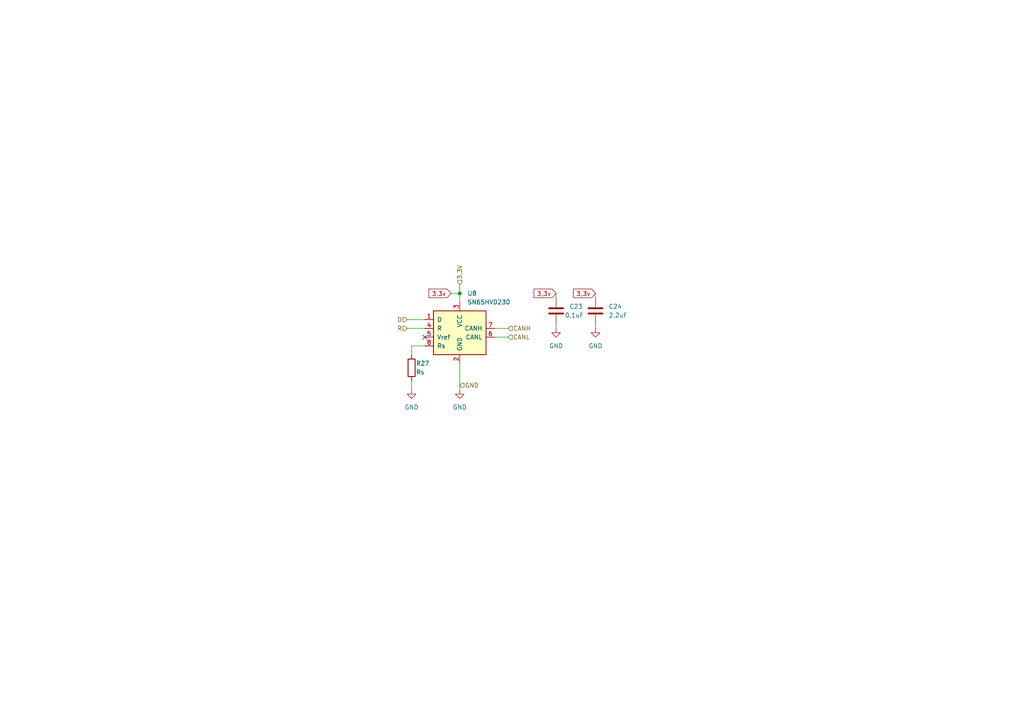
<source format=kicad_sch>
(kicad_sch (version 20230121) (generator eeschema)

  (uuid 03262d5e-2e29-48fd-be91-f431977c3b1c)

  (paper "A4")

  (lib_symbols
    (symbol "Device:C" (pin_numbers hide) (pin_names (offset 0.254)) (in_bom yes) (on_board yes)
      (property "Reference" "C" (at 0.635 2.54 0)
        (effects (font (size 1.27 1.27)) (justify left))
      )
      (property "Value" "C" (at 0.635 -2.54 0)
        (effects (font (size 1.27 1.27)) (justify left))
      )
      (property "Footprint" "" (at 0.9652 -3.81 0)
        (effects (font (size 1.27 1.27)) hide)
      )
      (property "Datasheet" "~" (at 0 0 0)
        (effects (font (size 1.27 1.27)) hide)
      )
      (property "ki_keywords" "cap capacitor" (at 0 0 0)
        (effects (font (size 1.27 1.27)) hide)
      )
      (property "ki_description" "Unpolarized capacitor" (at 0 0 0)
        (effects (font (size 1.27 1.27)) hide)
      )
      (property "ki_fp_filters" "C_*" (at 0 0 0)
        (effects (font (size 1.27 1.27)) hide)
      )
      (symbol "C_0_1"
        (polyline
          (pts
            (xy -2.032 -0.762)
            (xy 2.032 -0.762)
          )
          (stroke (width 0.508) (type default))
          (fill (type none))
        )
        (polyline
          (pts
            (xy -2.032 0.762)
            (xy 2.032 0.762)
          )
          (stroke (width 0.508) (type default))
          (fill (type none))
        )
      )
      (symbol "C_1_1"
        (pin passive line (at 0 3.81 270) (length 2.794)
          (name "~" (effects (font (size 1.27 1.27))))
          (number "1" (effects (font (size 1.27 1.27))))
        )
        (pin passive line (at 0 -3.81 90) (length 2.794)
          (name "~" (effects (font (size 1.27 1.27))))
          (number "2" (effects (font (size 1.27 1.27))))
        )
      )
    )
    (symbol "Device:R" (pin_numbers hide) (pin_names (offset 0)) (in_bom yes) (on_board yes)
      (property "Reference" "R" (at 2.032 0 90)
        (effects (font (size 1.27 1.27)))
      )
      (property "Value" "R" (at 0 0 90)
        (effects (font (size 1.27 1.27)))
      )
      (property "Footprint" "" (at -1.778 0 90)
        (effects (font (size 1.27 1.27)) hide)
      )
      (property "Datasheet" "~" (at 0 0 0)
        (effects (font (size 1.27 1.27)) hide)
      )
      (property "ki_keywords" "R res resistor" (at 0 0 0)
        (effects (font (size 1.27 1.27)) hide)
      )
      (property "ki_description" "Resistor" (at 0 0 0)
        (effects (font (size 1.27 1.27)) hide)
      )
      (property "ki_fp_filters" "R_*" (at 0 0 0)
        (effects (font (size 1.27 1.27)) hide)
      )
      (symbol "R_0_1"
        (rectangle (start -1.016 -2.54) (end 1.016 2.54)
          (stroke (width 0.254) (type default))
          (fill (type none))
        )
      )
      (symbol "R_1_1"
        (pin passive line (at 0 3.81 270) (length 1.27)
          (name "~" (effects (font (size 1.27 1.27))))
          (number "1" (effects (font (size 1.27 1.27))))
        )
        (pin passive line (at 0 -3.81 90) (length 1.27)
          (name "~" (effects (font (size 1.27 1.27))))
          (number "2" (effects (font (size 1.27 1.27))))
        )
      )
    )
    (symbol "Interface_CAN_LIN:SN65HVD230" (pin_names (offset 1.016)) (in_bom yes) (on_board yes)
      (property "Reference" "U" (at -2.54 10.16 0)
        (effects (font (size 1.27 1.27)) (justify right))
      )
      (property "Value" "SN65HVD230" (at -2.54 7.62 0)
        (effects (font (size 1.27 1.27)) (justify right))
      )
      (property "Footprint" "Package_SO:SOIC-8_3.9x4.9mm_P1.27mm" (at 0 -12.7 0)
        (effects (font (size 1.27 1.27)) hide)
      )
      (property "Datasheet" "http://www.ti.com/lit/ds/symlink/sn65hvd230.pdf" (at -2.54 10.16 0)
        (effects (font (size 1.27 1.27)) hide)
      )
      (property "ki_keywords" "can transeiver ti low-power" (at 0 0 0)
        (effects (font (size 1.27 1.27)) hide)
      )
      (property "ki_description" "CAN Bus Transceivers, 3.3V, 1Mbps, Low-Power capabilities, SOIC-8" (at 0 0 0)
        (effects (font (size 1.27 1.27)) hide)
      )
      (property "ki_fp_filters" "SOIC*3.9x4.9mm*P1.27mm*" (at 0 0 0)
        (effects (font (size 1.27 1.27)) hide)
      )
      (symbol "SN65HVD230_0_1"
        (rectangle (start -7.62 5.08) (end 7.62 -7.62)
          (stroke (width 0.254) (type default))
          (fill (type background))
        )
      )
      (symbol "SN65HVD230_1_1"
        (pin input line (at -10.16 2.54 0) (length 2.54)
          (name "D" (effects (font (size 1.27 1.27))))
          (number "1" (effects (font (size 1.27 1.27))))
        )
        (pin power_in line (at 0 -10.16 90) (length 2.54)
          (name "GND" (effects (font (size 1.27 1.27))))
          (number "2" (effects (font (size 1.27 1.27))))
        )
        (pin power_in line (at 0 7.62 270) (length 2.54)
          (name "VCC" (effects (font (size 1.27 1.27))))
          (number "3" (effects (font (size 1.27 1.27))))
        )
        (pin output line (at -10.16 0 0) (length 2.54)
          (name "R" (effects (font (size 1.27 1.27))))
          (number "4" (effects (font (size 1.27 1.27))))
        )
        (pin output line (at -10.16 -2.54 0) (length 2.54)
          (name "Vref" (effects (font (size 1.27 1.27))))
          (number "5" (effects (font (size 1.27 1.27))))
        )
        (pin bidirectional line (at 10.16 -2.54 180) (length 2.54)
          (name "CANL" (effects (font (size 1.27 1.27))))
          (number "6" (effects (font (size 1.27 1.27))))
        )
        (pin bidirectional line (at 10.16 0 180) (length 2.54)
          (name "CANH" (effects (font (size 1.27 1.27))))
          (number "7" (effects (font (size 1.27 1.27))))
        )
        (pin input line (at -10.16 -5.08 0) (length 2.54)
          (name "Rs" (effects (font (size 1.27 1.27))))
          (number "8" (effects (font (size 1.27 1.27))))
        )
      )
    )
    (symbol "power:GND" (power) (pin_names (offset 0)) (in_bom yes) (on_board yes)
      (property "Reference" "#PWR" (at 0 -6.35 0)
        (effects (font (size 1.27 1.27)) hide)
      )
      (property "Value" "GND" (at 0 -3.81 0)
        (effects (font (size 1.27 1.27)))
      )
      (property "Footprint" "" (at 0 0 0)
        (effects (font (size 1.27 1.27)) hide)
      )
      (property "Datasheet" "" (at 0 0 0)
        (effects (font (size 1.27 1.27)) hide)
      )
      (property "ki_keywords" "global power" (at 0 0 0)
        (effects (font (size 1.27 1.27)) hide)
      )
      (property "ki_description" "Power symbol creates a global label with name \"GND\" , ground" (at 0 0 0)
        (effects (font (size 1.27 1.27)) hide)
      )
      (symbol "GND_0_1"
        (polyline
          (pts
            (xy 0 0)
            (xy 0 -1.27)
            (xy 1.27 -1.27)
            (xy 0 -2.54)
            (xy -1.27 -1.27)
            (xy 0 -1.27)
          )
          (stroke (width 0) (type default))
          (fill (type none))
        )
      )
      (symbol "GND_1_1"
        (pin power_in line (at 0 0 270) (length 0) hide
          (name "GND" (effects (font (size 1.27 1.27))))
          (number "1" (effects (font (size 1.27 1.27))))
        )
      )
    )
  )

  (junction (at 133.35 85.09) (diameter 0) (color 0 0 0 0)
    (uuid 4e04a3ac-4374-45ac-a588-015a29fd2be1)
  )

  (no_connect (at 123.19 97.79) (uuid c9f4cdf3-8879-4fbe-8e09-a61976d8613e))

  (wire (pts (xy 118.11 95.25) (xy 123.19 95.25))
    (stroke (width 0) (type default))
    (uuid 011ce5d8-7481-484d-8eaa-b1fdc4514dd7)
  )
  (wire (pts (xy 118.11 92.71) (xy 123.19 92.71))
    (stroke (width 0) (type default))
    (uuid 1dede84b-fd48-454d-9d2a-e861d319c5c8)
  )
  (wire (pts (xy 143.51 97.79) (xy 147.32 97.79))
    (stroke (width 0) (type default))
    (uuid 260b51aa-550e-49f6-a800-eb864eda6591)
  )
  (wire (pts (xy 133.35 82.55) (xy 133.35 85.09))
    (stroke (width 0) (type default))
    (uuid 8b8f7ea2-fe4b-4d9c-b71a-2c0b77513289)
  )
  (wire (pts (xy 123.19 100.33) (xy 119.38 100.33))
    (stroke (width 0) (type default))
    (uuid 8c6127f9-b68b-406a-95b2-9f922e9451ee)
  )
  (wire (pts (xy 161.29 85.09) (xy 161.29 86.36))
    (stroke (width 0) (type default))
    (uuid 8cbd0c09-e40d-44e0-875c-2f1f151ef753)
  )
  (wire (pts (xy 172.72 93.98) (xy 172.72 95.25))
    (stroke (width 0) (type default))
    (uuid 9bf512a6-e764-44e2-b683-9e3c8728ad49)
  )
  (wire (pts (xy 143.51 95.25) (xy 147.32 95.25))
    (stroke (width 0) (type default))
    (uuid a59e626d-2efd-4cd8-bebd-aaf088654a3a)
  )
  (wire (pts (xy 119.38 100.33) (xy 119.38 102.87))
    (stroke (width 0) (type default))
    (uuid a817878e-e3cd-4f0a-bafd-5c388422a912)
  )
  (wire (pts (xy 133.35 113.03) (xy 133.35 105.41))
    (stroke (width 0) (type default))
    (uuid c6f54fdc-4b81-491b-852d-fa28066fa87f)
  )
  (wire (pts (xy 161.29 93.98) (xy 161.29 95.25))
    (stroke (width 0) (type default))
    (uuid ca69e2aa-59c0-4023-9ebd-39760a4b924b)
  )
  (wire (pts (xy 133.35 85.09) (xy 133.35 87.63))
    (stroke (width 0) (type default))
    (uuid d2865baa-c4b2-4777-a2c2-093386132922)
  )
  (wire (pts (xy 172.72 85.09) (xy 172.72 86.36))
    (stroke (width 0) (type default))
    (uuid df66153e-9b15-40b6-8ee3-9680046948fd)
  )
  (wire (pts (xy 119.38 110.49) (xy 119.38 113.03))
    (stroke (width 0) (type default))
    (uuid e0dde750-da34-4a21-845e-9ed765fb29a3)
  )
  (wire (pts (xy 130.81 85.09) (xy 133.35 85.09))
    (stroke (width 0) (type default))
    (uuid f38ba3e6-c0ef-4656-8601-eaed2b81a0a4)
  )

  (global_label "3,3v" (shape input) (at 172.72 85.09 180) (fields_autoplaced)
    (effects (font (size 1.27 1.27)) (justify right))
    (uuid 4a7edd6f-25a7-4ba1-b30d-4d68ea90df7b)
    (property "Intersheetrefs" "${INTERSHEET_REFS}" (at 165.7434 85.09 0)
      (effects (font (size 1.27 1.27)) (justify right) hide)
    )
  )
  (global_label "3,3v" (shape input) (at 130.81 85.09 180) (fields_autoplaced)
    (effects (font (size 1.27 1.27)) (justify right))
    (uuid 531ef984-6485-42d0-8ec5-80ec075ba1ca)
    (property "Intersheetrefs" "${INTERSHEET_REFS}" (at 123.8334 85.09 0)
      (effects (font (size 1.27 1.27)) (justify right) hide)
    )
  )
  (global_label "3,3v" (shape input) (at 161.29 85.09 180) (fields_autoplaced)
    (effects (font (size 1.27 1.27)) (justify right))
    (uuid a52839f5-d0ec-4cad-9563-9f00cae83f16)
    (property "Intersheetrefs" "${INTERSHEET_REFS}" (at 154.3134 85.09 0)
      (effects (font (size 1.27 1.27)) (justify right) hide)
    )
  )

  (hierarchical_label "CANH" (shape input) (at 147.32 95.25 0) (fields_autoplaced)
    (effects (font (size 1.27 1.27)) (justify left))
    (uuid 0670009e-fcbb-4f78-9d62-e1dc90f83986)
  )
  (hierarchical_label "CANL" (shape input) (at 147.32 97.79 0) (fields_autoplaced)
    (effects (font (size 1.27 1.27)) (justify left))
    (uuid 0ed086dc-955a-4532-9402-23ca46c2b4dd)
  )
  (hierarchical_label "D" (shape input) (at 118.11 92.71 180) (fields_autoplaced)
    (effects (font (size 1.27 1.27)) (justify right))
    (uuid 39d4556e-5dcc-495d-89bf-f6ef371f49a7)
  )
  (hierarchical_label "GND" (shape input) (at 133.35 111.76 0) (fields_autoplaced)
    (effects (font (size 1.27 1.27)) (justify left))
    (uuid 92ccb5b6-3dde-4c34-b750-5f572ebc9393)
  )
  (hierarchical_label "3,3V" (shape input) (at 133.35 82.55 90) (fields_autoplaced)
    (effects (font (size 1.27 1.27)) (justify left))
    (uuid 9af97b22-6a51-4177-a200-a82606fa1a49)
  )
  (hierarchical_label "R" (shape input) (at 118.11 95.25 180) (fields_autoplaced)
    (effects (font (size 1.27 1.27)) (justify right))
    (uuid a18417ae-2c45-4dc2-8b1e-1d6bffee5e27)
  )

  (symbol (lib_id "power:GND") (at 119.38 113.03 0) (unit 1)
    (in_bom yes) (on_board yes) (dnp no) (fields_autoplaced)
    (uuid 09f0fac1-2e7b-45df-b655-06e6f5241218)
    (property "Reference" "#PWR057" (at 119.38 119.38 0)
      (effects (font (size 1.27 1.27)) hide)
    )
    (property "Value" "GND" (at 119.38 118.11 0)
      (effects (font (size 1.27 1.27)))
    )
    (property "Footprint" "" (at 119.38 113.03 0)
      (effects (font (size 1.27 1.27)) hide)
    )
    (property "Datasheet" "" (at 119.38 113.03 0)
      (effects (font (size 1.27 1.27)) hide)
    )
    (pin "1" (uuid 518244e2-aad0-4d0c-bd44-3dbe2e255345))
    (instances
      (project "fred_v3"
        (path "/210292b2-d6ba-424c-bd40-e4a2be18eb8d/0e3fc8cf-969d-492f-823d-ed0765038f7e/3379c770-e023-4f58-8aed-b99de32d8765"
          (reference "#PWR057") (unit 1)
        )
        (path "/210292b2-d6ba-424c-bd40-e4a2be18eb8d/0e3fc8cf-969d-492f-823d-ed0765038f7e/bacc7c6b-e1f9-4864-989a-583c1b66a339"
          (reference "#PWR061") (unit 1)
        )
      )
    )
  )

  (symbol (lib_id "Device:R") (at 119.38 106.68 0) (unit 1)
    (in_bom yes) (on_board yes) (dnp no)
    (uuid 1500a5c0-6b71-4e3a-95b3-c852d51f74dc)
    (property "Reference" "R27" (at 120.65 105.41 0)
      (effects (font (size 1.27 1.27)) (justify left))
    )
    (property "Value" "Rs" (at 120.65 107.95 0)
      (effects (font (size 1.27 1.27)) (justify left))
    )
    (property "Footprint" "" (at 117.602 106.68 90)
      (effects (font (size 1.27 1.27)) hide)
    )
    (property "Datasheet" "~" (at 119.38 106.68 0)
      (effects (font (size 1.27 1.27)) hide)
    )
    (pin "1" (uuid d57ffebf-6d30-47f5-bbe3-5cea84c508e1))
    (pin "2" (uuid 97f33ca4-2596-4018-a4ec-4aa9dbfb89eb))
    (instances
      (project "fred_v3"
        (path "/210292b2-d6ba-424c-bd40-e4a2be18eb8d/0e3fc8cf-969d-492f-823d-ed0765038f7e/3379c770-e023-4f58-8aed-b99de32d8765"
          (reference "R27") (unit 1)
        )
        (path "/210292b2-d6ba-424c-bd40-e4a2be18eb8d/0e3fc8cf-969d-492f-823d-ed0765038f7e/bacc7c6b-e1f9-4864-989a-583c1b66a339"
          (reference "R28") (unit 1)
        )
      )
    )
  )

  (symbol (lib_id "power:GND") (at 133.35 113.03 0) (unit 1)
    (in_bom yes) (on_board yes) (dnp no) (fields_autoplaced)
    (uuid 4f645527-f569-4bdd-8985-a05aff2ea1dd)
    (property "Reference" "#PWR058" (at 133.35 119.38 0)
      (effects (font (size 1.27 1.27)) hide)
    )
    (property "Value" "GND" (at 133.35 118.11 0)
      (effects (font (size 1.27 1.27)))
    )
    (property "Footprint" "" (at 133.35 113.03 0)
      (effects (font (size 1.27 1.27)) hide)
    )
    (property "Datasheet" "" (at 133.35 113.03 0)
      (effects (font (size 1.27 1.27)) hide)
    )
    (pin "1" (uuid 6922ac07-5c41-4680-9c86-c7ac2e8764ef))
    (instances
      (project "fred_v3"
        (path "/210292b2-d6ba-424c-bd40-e4a2be18eb8d/0e3fc8cf-969d-492f-823d-ed0765038f7e/3379c770-e023-4f58-8aed-b99de32d8765"
          (reference "#PWR058") (unit 1)
        )
        (path "/210292b2-d6ba-424c-bd40-e4a2be18eb8d/0e3fc8cf-969d-492f-823d-ed0765038f7e/bacc7c6b-e1f9-4864-989a-583c1b66a339"
          (reference "#PWR062") (unit 1)
        )
      )
    )
  )

  (symbol (lib_id "Device:C") (at 172.72 90.17 0) (unit 1)
    (in_bom yes) (on_board yes) (dnp no) (fields_autoplaced)
    (uuid b8e5ccce-c2f1-48c5-b16b-6268ad152a60)
    (property "Reference" "C24" (at 176.53 88.9 0)
      (effects (font (size 1.27 1.27)) (justify left))
    )
    (property "Value" "2,2uF" (at 176.53 91.44 0)
      (effects (font (size 1.27 1.27)) (justify left))
    )
    (property "Footprint" "" (at 173.6852 93.98 0)
      (effects (font (size 1.27 1.27)) hide)
    )
    (property "Datasheet" "~" (at 172.72 90.17 0)
      (effects (font (size 1.27 1.27)) hide)
    )
    (pin "1" (uuid 30f8b4a7-377e-48e8-9342-bd20d0a7f602))
    (pin "2" (uuid 87b04dee-bf4a-47e4-8e43-52ac4c581d24))
    (instances
      (project "fred_v3"
        (path "/210292b2-d6ba-424c-bd40-e4a2be18eb8d/0e3fc8cf-969d-492f-823d-ed0765038f7e/3379c770-e023-4f58-8aed-b99de32d8765"
          (reference "C24") (unit 1)
        )
        (path "/210292b2-d6ba-424c-bd40-e4a2be18eb8d/0e3fc8cf-969d-492f-823d-ed0765038f7e/bacc7c6b-e1f9-4864-989a-583c1b66a339"
          (reference "C26") (unit 1)
        )
      )
    )
  )

  (symbol (lib_id "power:GND") (at 161.29 95.25 0) (unit 1)
    (in_bom yes) (on_board yes) (dnp no) (fields_autoplaced)
    (uuid be2224ec-83d8-48d4-9649-336668170161)
    (property "Reference" "#PWR059" (at 161.29 101.6 0)
      (effects (font (size 1.27 1.27)) hide)
    )
    (property "Value" "GND" (at 161.29 100.33 0)
      (effects (font (size 1.27 1.27)))
    )
    (property "Footprint" "" (at 161.29 95.25 0)
      (effects (font (size 1.27 1.27)) hide)
    )
    (property "Datasheet" "" (at 161.29 95.25 0)
      (effects (font (size 1.27 1.27)) hide)
    )
    (pin "1" (uuid 82db5295-98ca-4aed-bce3-2df53933295c))
    (instances
      (project "fred_v3"
        (path "/210292b2-d6ba-424c-bd40-e4a2be18eb8d/0e3fc8cf-969d-492f-823d-ed0765038f7e/3379c770-e023-4f58-8aed-b99de32d8765"
          (reference "#PWR059") (unit 1)
        )
        (path "/210292b2-d6ba-424c-bd40-e4a2be18eb8d/0e3fc8cf-969d-492f-823d-ed0765038f7e/bacc7c6b-e1f9-4864-989a-583c1b66a339"
          (reference "#PWR063") (unit 1)
        )
      )
    )
  )

  (symbol (lib_id "power:GND") (at 172.72 95.25 0) (unit 1)
    (in_bom yes) (on_board yes) (dnp no) (fields_autoplaced)
    (uuid c9868d2b-8499-41a9-8781-d111849f2787)
    (property "Reference" "#PWR060" (at 172.72 101.6 0)
      (effects (font (size 1.27 1.27)) hide)
    )
    (property "Value" "GND" (at 172.72 100.33 0)
      (effects (font (size 1.27 1.27)))
    )
    (property "Footprint" "" (at 172.72 95.25 0)
      (effects (font (size 1.27 1.27)) hide)
    )
    (property "Datasheet" "" (at 172.72 95.25 0)
      (effects (font (size 1.27 1.27)) hide)
    )
    (pin "1" (uuid 795925a5-70c0-4488-8af3-38e14e9aba77))
    (instances
      (project "fred_v3"
        (path "/210292b2-d6ba-424c-bd40-e4a2be18eb8d/0e3fc8cf-969d-492f-823d-ed0765038f7e/3379c770-e023-4f58-8aed-b99de32d8765"
          (reference "#PWR060") (unit 1)
        )
        (path "/210292b2-d6ba-424c-bd40-e4a2be18eb8d/0e3fc8cf-969d-492f-823d-ed0765038f7e/bacc7c6b-e1f9-4864-989a-583c1b66a339"
          (reference "#PWR064") (unit 1)
        )
      )
    )
  )

  (symbol (lib_id "Interface_CAN_LIN:SN65HVD230") (at 133.35 95.25 0) (unit 1)
    (in_bom yes) (on_board yes) (dnp no) (fields_autoplaced)
    (uuid dc8da8d8-2a59-43e0-a334-9bcce47bc6c2)
    (property "Reference" "U8" (at 135.5441 85.09 0)
      (effects (font (size 1.27 1.27)) (justify left))
    )
    (property "Value" "SN65HVD230" (at 135.5441 87.63 0)
      (effects (font (size 1.27 1.27)) (justify left))
    )
    (property "Footprint" "Package_SO:SOIC-8_3.9x4.9mm_P1.27mm" (at 133.35 107.95 0)
      (effects (font (size 1.27 1.27)) hide)
    )
    (property "Datasheet" "http://www.ti.com/lit/ds/symlink/sn65hvd230.pdf" (at 130.81 85.09 0)
      (effects (font (size 1.27 1.27)) hide)
    )
    (pin "1" (uuid e91a0e4b-0a3d-4e56-aaa0-fced7131c688))
    (pin "2" (uuid 6604ba0d-2575-42a2-b7f9-09a5709df39c))
    (pin "3" (uuid 2b10b366-1bd6-41ac-9c1b-466acb21dbe3))
    (pin "4" (uuid 0a35f7b4-fa37-43f8-be39-1438fa4b3d92))
    (pin "5" (uuid 263c1108-209d-4d19-ae72-6bc103ea35dc))
    (pin "6" (uuid f872938e-d7d7-470c-99f3-75686159b83e))
    (pin "7" (uuid e9e4f41e-4a22-4c6c-bab8-2b449014ea02))
    (pin "8" (uuid ff6c1d40-2a2d-48b3-b583-2bd8584576c9))
    (instances
      (project "fred_v3"
        (path "/210292b2-d6ba-424c-bd40-e4a2be18eb8d/0e3fc8cf-969d-492f-823d-ed0765038f7e/3379c770-e023-4f58-8aed-b99de32d8765"
          (reference "U8") (unit 1)
        )
        (path "/210292b2-d6ba-424c-bd40-e4a2be18eb8d/0e3fc8cf-969d-492f-823d-ed0765038f7e/bacc7c6b-e1f9-4864-989a-583c1b66a339"
          (reference "U9") (unit 1)
        )
      )
    )
  )

  (symbol (lib_id "Device:C") (at 161.29 90.17 0) (unit 1)
    (in_bom yes) (on_board yes) (dnp no)
    (uuid f5f1f706-2968-405a-bae2-7db132bb1bcb)
    (property "Reference" "C23" (at 165.1 88.9 0)
      (effects (font (size 1.27 1.27)) (justify left))
    )
    (property "Value" "0,1uF" (at 163.83 91.44 0)
      (effects (font (size 1.27 1.27)) (justify left))
    )
    (property "Footprint" "" (at 162.2552 93.98 0)
      (effects (font (size 1.27 1.27)) hide)
    )
    (property "Datasheet" "~" (at 161.29 90.17 0)
      (effects (font (size 1.27 1.27)) hide)
    )
    (pin "1" (uuid aa04e618-4612-480b-b7b2-a4a4da83c312))
    (pin "2" (uuid 21f7f86c-bd2c-4632-951d-94d13968a066))
    (instances
      (project "fred_v3"
        (path "/210292b2-d6ba-424c-bd40-e4a2be18eb8d/0e3fc8cf-969d-492f-823d-ed0765038f7e/3379c770-e023-4f58-8aed-b99de32d8765"
          (reference "C23") (unit 1)
        )
        (path "/210292b2-d6ba-424c-bd40-e4a2be18eb8d/0e3fc8cf-969d-492f-823d-ed0765038f7e/bacc7c6b-e1f9-4864-989a-583c1b66a339"
          (reference "C25") (unit 1)
        )
      )
    )
  )
)

</source>
